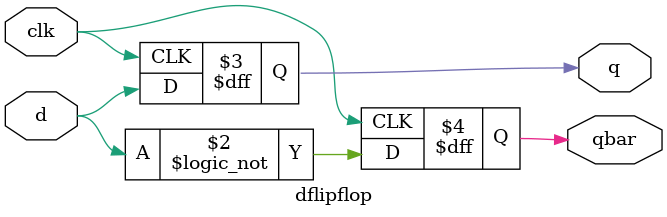
<source format=v>
`timescale 1ns / 1ps


module dflipflop(
    input d,
    input clk,
    output reg q,
    output reg qbar
    );
    
always@(posedge clk) 
begin
q <= d; 
qbar = !d;

end

endmodule

</source>
